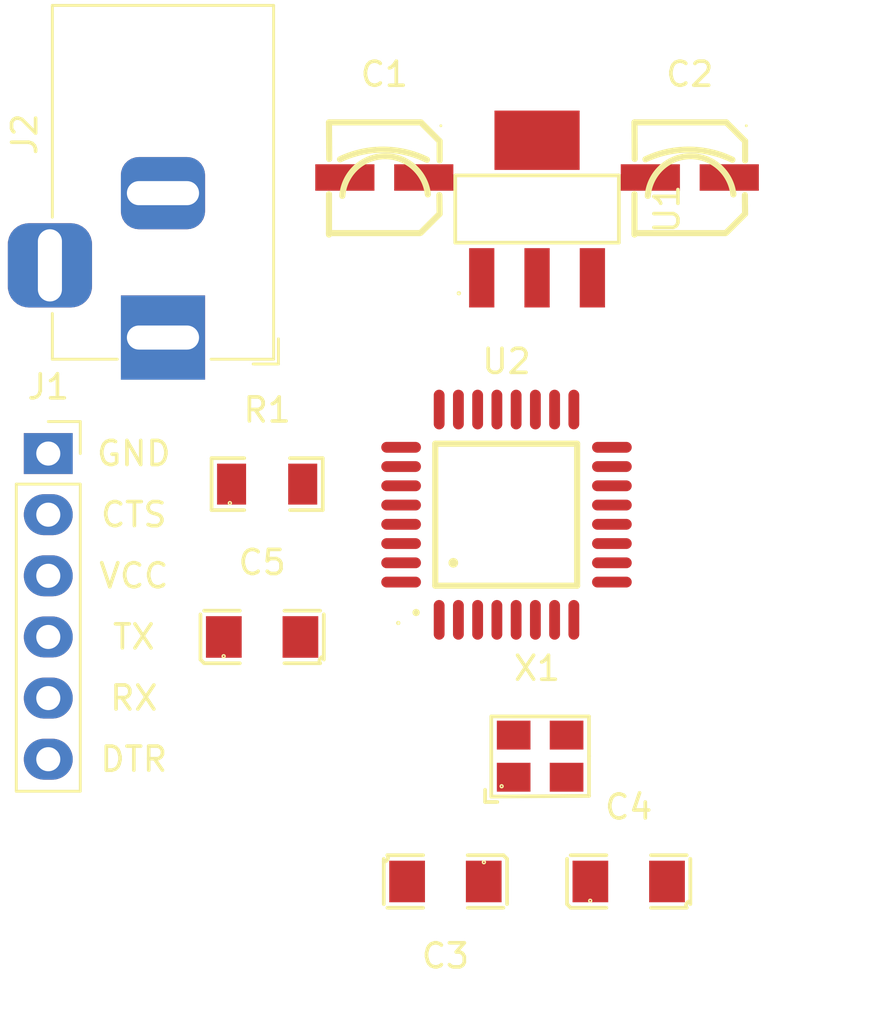
<source format=kicad_pcb>
(kicad_pcb (version 20211014) (generator pcbnew)
  (layers (0 "F.Cu" signal) (31 "B.Cu" signal) (34 "B.Paste" user) (35 "F.Paste" user) (36 "B.SilkS" user "B.Silkscreen") (37 "F.SilkS" user "F.Silkscreen") (38 "B.Mask" user) (39 "F.Mask" user) (44 "Edge.Cuts" user))
  (net 0 "")
  (net 1 "VCC")
  (net 2 "GND")
  (net 3 "XTAL1")
  (net 4 "XTAL2")
  (net 5 "+5V")
  (net 7 "D0{slash}Rx")
  (net 8 "D1{slash}Tx")
  (net 9 "Reset")
  (net 10 "D2")
  (net 11 "D3")
  (net 12 "D4")
  (net 13 "D5")
  (net 14 "D6")
  (net 15 "D7")
  (net 16 "D8")
  (net 17 "D9")
  (net 18 "D10")
  (net 19 "D11")
  (net 20 "D12")
  (net 21 "D13")
  (net 22 "A0")
  (net 23 "A1")
  (net 24 "A2")
  (net 25 "A3")
  (net 26 "A4")
  (net 27 "A5")
  (net 31 "Net-(C5-Pad1)")
  (net 32 "Net-(C2-Pad1)")
  (footprint "JLC2KiCad_Footprints:TQFP-32_L7.0-W7.0-P0.80-LS9.0-BL" (layer "F.Cu") (at 189.23 74.93)
    (fp_text reference "U2" (at 0 -6.368809) (layer "F.SilkS"))
    (fp_text value "ATMEGA328P-AU")
    (fp_line (start 2.937262 2.949962) (end 2.937262 -2.949962) (layer "F.SilkS") (width 0.254001))
    (fp_line (start 2.937262 -2.949962) (end -2.962662 -2.949962) (layer "F.SilkS") (width 0.254001))
    (fp_line (start -2.962662 -2.949962) (end -2.962662 2.949962) (layer "F.SilkS") (width 0.254001))
    (fp_line (start -2.962662 2.949962) (end 2.937262 2.949962) (layer "F.SilkS") (width 0.254001))
    (fp_arc (start -3.759208 4.064008) (mid -3.757938 4.064003) (end -3.756668 4.064008) (layer "F.SilkS") (width 0.3))
    (fp_arc (start -2.212344 1.998984) (mid -2.211074 1.99898) (end -2.209804 1.998984) (layer "F.SilkS") (width 0.4))
    (fp_circle (center -4.5 4.5) (end -4.470003 4.5) (layer "F.SilkS") (width 0.059995) (fill none))
    (pad "1" smd oval locked (at -2.8 4.368809) (size 0.450013 1.650013) (layers "F.Cu" "F.Paste" "F.Mask") (net 11 "D3"))
    (pad "2" smd oval locked (at -2 4.368809) (size 0.450013 1.650013) (layers "F.Cu" "F.Paste" "F.Mask") (net 12 "D4"))
    (pad "3" smd oval locked (at -1.2 4.368809) (size 0.450013 1.650013) (layers "F.Cu" "F.Paste" "F.Mask") (net 2 "GND"))
    (pad "4" smd oval locked (at -0.4 4.368809) (size 0.450013 1.650013) (layers "F.Cu" "F.Paste" "F.Mask") (net 5 "+5V"))
    (pad "5" smd oval locked (at 0.4 4.368809) (size 0.450013 1.650013) (layers "F.Cu" "F.Paste" "F.Mask") (net 2 "GND"))
    (pad "6" smd oval locked (at 1.2 4.368809) (size 0.450013 1.650013) (layers "F.Cu" "F.Paste" "F.Mask") (net 5 "+5V"))
    (pad "7" smd oval locked (at 2 4.368809) (size 0.450013 1.650013) (layers "F.Cu" "F.Paste" "F.Mask") (net 3 "XTAL1"))
    (pad "8" smd oval locked (at 2.8 4.368809) (size 0.450013 1.650013) (layers "F.Cu" "F.Paste" "F.Mask") (net 4 "XTAL2"))
    (pad "9" smd oval locked (at 4.381509 2.8) (size 1.650013 0.450013) (layers "F.Cu" "F.Paste" "F.Mask") (net 13 "D5"))
    (pad "10" smd oval locked (at 4.381509 2) (size 1.650013 0.450013) (layers "F.Cu" "F.Paste" "F.Mask") (net 14 "D6"))
    (pad "11" smd oval locked (at 4.381509 1.2) (size 1.650013 0.450013) (layers "F.Cu" "F.Paste" "F.Mask") (net 15 "D7"))
    (pad "12" smd oval locked (at 4.381509 0.4) (size 1.650013 0.450013) (layers "F.Cu" "F.Paste" "F.Mask") (net 16 "D8"))
    (pad "13" smd oval locked (at 4.381509 -0.4) (size 1.650013 0.450013) (layers "F.Cu" "F.Paste" "F.Mask") (net 17 "D9"))
    (pad "14" smd oval locked (at 4.381509 -1.2) (size 1.650013 0.450013) (layers "F.Cu" "F.Paste" "F.Mask") (net 18 "D10"))
    (pad "15" smd oval locked (at 4.381509 -2) (size 1.650013 0.450013) (layers "F.Cu" "F.Paste" "F.Mask") (net 19 "D11"))
    (pad "16" smd oval locked (at 4.381509 -2.8) (size 1.650013 0.450013) (layers "F.Cu" "F.Paste" "F.Mask") (net 20 "D12"))
    (pad "17" smd oval locked (at 2.8 -4.368809) (size 0.450013 1.650013) (layers "F.Cu" "F.Paste" "F.Mask") (net 21 "D13"))
    (pad "18" smd oval locked (at 2 -4.368809) (size 0.450013 1.650013) (layers "F.Cu" "F.Paste" "F.Mask") (net 5 "+5V"))
    (pad "19" smd oval locked (at 1.2 -4.368809) (size 0.450013 1.650013) (layers "F.Cu" "F.Paste" "F.Mask"))
    (pad "20" smd oval locked (at 0.4 -4.368809) (size 0.450013 1.650013) (layers "F.Cu" "F.Paste" "F.Mask"))
    (pad "21" smd oval locked (at -0.4 -4.368809) (size 0.450013 1.650013) (layers "F.Cu" "F.Paste" "F.Mask") (net 2 "GND"))
    (pad "22" smd oval locked (at -1.2 -4.368809) (size 0.450013 1.650013) (layers "F.Cu" "F.Paste" "F.Mask"))
    (pad "23" smd oval locked (at -2 -4.368809) (size 0.450013 1.650013) (layers "F.Cu" "F.Paste" "F.Mask") (net 22 "A0"))
    (pad "24" smd oval locked (at -2.8 -4.368809) (size 0.450013 1.650013) (layers "F.Cu" "F.Paste" "F.Mask") (net 23 "A1"))
    (pad "25" smd oval locked (at -4.381509 -2.8) (size 1.650013 0.450013) (layers "F.Cu" "F.Paste" "F.Mask") (net 24 "A2"))
    (pad "26" smd oval locked (at -4.381509 -2) (size 1.650013 0.450013) (layers "F.Cu" "F.Paste" "F.Mask") (net 25 "A3"))
    (pad "27" smd oval locked (at -4.381509 -1.2) (size 1.650013 0.450013) (layers "F.Cu" "F.Paste" "F.Mask") (net 26 "A4"))
    (pad "28" smd oval locked (at -4.381509 -0.4) (size 1.650013 0.450013) (layers "F.Cu" "F.Paste" "F.Mask") (net 27 "A5"))
    (pad "29" smd oval locked (at -4.381509 0.4) (size 1.650013 0.450013) (layers "F.Cu" "F.Paste" "F.Mask") (net 9 "Reset"))
    (pad "30" smd oval locked (at -4.381509 1.2) (size 1.650013 0.450013) (layers "F.Cu" "F.Paste" "F.Mask") (net 7 "D0{slash}Rx"))
    (pad "31" smd oval locked (at -4.381509 2) (size 1.650013 0.450013) (layers "F.Cu" "F.Paste" "F.Mask") (net 8 "D1{slash}Tx"))
    (pad "32" smd oval locked (at -4.381509 2.8) (size 1.650013 0.450013) (layers "F.Cu" "F.Paste" "F.Mask") (net 10 "D2"))
  )
  (footprint "JLC2KiCad_Footprints:C1206" (layer "F.Cu") (at 179.07 80.01)
    (fp_text reference "C5" (at 0 -3.092609) (layer "F.SilkS"))
    (fp_text value "CL31B104KBCNNNC")
    (fp_line (start -0.926213 1.092609) (end -2.411201 1.092609) (layer "F.SilkS") (width 0.1524))
    (fp_line (start 0.926213 1.092609) (end 2.411201 1.092609) (layer "F.SilkS") (width 0.1524))
    (fp_line (start -2.563602 0.940208) (end -2.563602 -0.940208) (layer "F.SilkS") (width 0.1524))
    (fp_line (start -2.411201 -1.092609) (end -0.926213 -1.092609) (layer "F.SilkS") (width 0.1524))
    (fp_line (start 2.411201 -1.092609) (end 0.926213 -1.092609) (layer "F.SilkS") (width 0.1524))
    (fp_line (start 2.563602 0.940208) (end 2.563602 -0.940208) (layer "F.SilkS") (width 0.1524))
    (fp_arc (start 2.411201 1.092609) (mid 2.407163 0.911228) (end 2.563602 0.819347) (layer "F.SilkS") (width 0.1524))
    (fp_arc (start -2.411201 1.092609) (mid -2.487413 1.01642) (end -2.563602 0.940208) (layer "F.SilkS") (width 0.1524))
    (fp_circle (center -1.599949 0.800102) (end -1.569977 0.800102) (layer "F.SilkS") (width 0.059995) (fill none))
    (pad "1" smd rect locked (at -1.592583 0) (size 1.485014 1.727991) (layers "F.Cu" "F.Paste" "F.Mask") (net 31 "Net-(C5-Pad1)"))
    (pad "2" smd rect locked (at 1.592583 0) (size 1.485014 1.727991) (layers "F.Cu" "F.Paste" "F.Mask") (net 5 "+5V"))
  )
  (footprint "My_Misc:BarrelJack_Horizontal" (layer "F.Cu") (at 174.9475 67.57 -90)
    (fp_text reference "J2" (at -8.45 5.75 -90) (layer "F.SilkS"))
    (fp_text value "Power in")
    (fp_line (start 0.9 1.9) (end 0.9 4.6) (layer "F.SilkS") (width 0.12))
    (fp_line (start 0.05 -4.8) (end 1.1 -4.8) (layer "F.SilkS") (width 0.12))
    (fp_line (start 1.1 -3.75) (end 1.1 -4.8) (layer "F.SilkS") (width 0.12))
    (fp_line (start -5 4.6) (end -13.8 4.6) (layer "F.SilkS") (width 0.12))
    (fp_line (start 0.9 -4.6) (end 0.9 -2) (layer "F.SilkS") (width 0.12))
    (fp_line (start -13.8 -4.6) (end 0.9 -4.6) (layer "F.SilkS") (width 0.12))
    (fp_line (start -13.8 4.6) (end -13.8 -4.6) (layer "F.SilkS") (width 0.12))
    (fp_line (start 0.9 4.6) (end -1 4.6) (layer "F.SilkS") (width 0.12))
    (pad "1" thru_hole rect (at 0 0 270) (size 3.5 3.5) (drill oval 1 3) (layers *.Cu *.Mask) (net 1 "VCC"))
    (pad "2" thru_hole roundrect (at -6 0 270) (size 3 3.5) (drill oval 1 3) (layers *.Cu *.Mask) (net 2 "GND"))
    (pad "3" thru_hole roundrect (at -3 4.7 270) (size 3.5 3.5) (drill oval 3 1) (layers *.Cu *.Mask))
  )
  (footprint "JLC2KiCad_Footprints:OSC-SMD_4P-L3.2-W2.5-BL" (layer "F.Cu") (at 190.5 85.09)
    (fp_text reference "X1" (at 0 -3.778067) (layer "F.SilkS"))
    (fp_text value "X322516MLB4SI")
    (fp_line (start 2.159004 1.524067) (end -1.902464 1.55188) (layer "F.SilkS") (width 0.1524))
    (fp_line (start -1.902464 1.55188) (end -1.902464 -1.778067) (layer "F.SilkS") (width 0.1524))
    (fp_line (start 2.159004 1.524067) (end 2.159004 1.524067) (layer "F.SilkS") (width 0.1524))
    (fp_line (start -2.159004 1.270066) (end -2.159004 1.778067) (layer "F.SilkS") (width 0.151994))
    (fp_line (start 2.159004 -1.77794) (end 2.159004 -0.126937) (layer "F.SilkS") (width 0.1524))
    (fp_line (start -1.902464 -1.778067) (end 2.159004 -1.77794) (layer "F.SilkS") (width 0.1524))
    (fp_line (start 2.159004 -0.126937) (end 2.159004 1.524067) (layer "F.SilkS") (width 0.1524))
    (fp_line (start -2.159004 1.778067) (end -1.651003 1.778067) (layer "F.SilkS") (width 0.151994))
    (fp_circle (center -1.472949 1.123127) (end -1.442977 1.123127) (layer "F.SilkS") (width 0.059995) (fill none))
    (pad "1" smd rect locked (at -0.973076 0.748222) (size 1.4 1.2) (layers "F.Cu" "F.Paste" "F.Mask") (net 4 "XTAL2"))
    (pad "2" smd rect locked (at 1.227076 0.748222) (size 1.4 1.2) (layers "F.Cu" "F.Paste" "F.Mask") (net 2 "GND"))
    (pad "3" smd rect locked (at 1.227076 -1.001842) (size 1.4 1.2) (layers "F.Cu" "F.Paste" "F.Mask") (net 3 "XTAL1"))
    (pad "4" smd rect locked (at -0.973076 -1.001842) (size 1.4 1.2) (layers "F.Cu" "F.Paste" "F.Mask") (net 2 "GND"))
  )
  (footprint "JLC2KiCad_Footprints:C1206" (layer "F.Cu") (at 186.69 90.17 180)
    (fp_text reference "C3" (at 0 -3.092609) (layer "F.SilkS"))
    (fp_text value "1206CG220J102NT")
    (fp_line (start -2.563602 0.940208) (end -2.563602 -0.940208) (layer "F.SilkS") (width 0.1524))
    (fp_line (start -0.926213 1.092609) (end -2.411201 1.092609) (layer "F.SilkS") (width 0.1524))
    (fp_line (start 2.563602 0.940208) (end 2.563602 -0.940208) (layer "F.SilkS") (width 0.1524))
    (fp_line (start 2.411201 -1.092609) (end 0.926213 -1.092609) (layer "F.SilkS") (width 0.1524))
    (fp_line (start -2.411201 -1.092609) (end -0.926213 -1.092609) (layer "F.SilkS") (width 0.1524))
    (fp_line (start 0.926213 1.092609) (end 2.411201 1.092609) (layer "F.SilkS") (width 0.1524))
    (fp_arc (start -2.411201 1.092609) (mid -2.487413 1.01642) (end -2.563602 0.940208) (layer "F.SilkS") (width 0.1524))
    (fp_arc (start 2.411201 1.092609) (mid 2.407163 0.911228) (end 2.563602 0.819347) (layer "F.SilkS") (width 0.1524))
    (fp_circle (center -1.599949 0.800102) (end -1.569977 0.800102) (layer "F.SilkS") (width 0.059995) (fill none))
    (pad "1" smd rect locked (at -1.592583 0 180) (size 1.485014 1.727991) (layers "F.Cu" "F.Paste" "F.Mask") (net 2 "GND"))
    (pad "2" smd rect locked (at 1.592583 0 180) (size 1.485014 1.727991) (layers "F.Cu" "F.Paste" "F.Mask") (net 3 "XTAL1"))
  )
  (footprint "My_Headers:6-pin FTDI Programmer PinSocket large" (layer "F.Cu") (at 170.18 72.39)
    (fp_text reference "J1" (at 0 -2.77) (layer "F.SilkS"))
    (fp_text value "FTDI")
    (fp_text user "TX" (at 3.556 7.62 unlocked) (layer "F.SilkS"))
    (fp_text user "GND" (at 3.556 0 unlocked) (layer "F.SilkS"))
    (fp_text user "CTS" (at 3.556 2.54 unlocked) (layer "F.SilkS"))
    (fp_text user "VCC" (at 3.556 5.08 unlocked) (layer "F.SilkS"))
    (fp_text user "DTR" (at 3.556 12.7 unlocked) (layer "F.SilkS"))
    (fp_text user "RX" (at 3.556 10.16 unlocked) (layer "F.SilkS"))
    (fp_line (start -1.33 1.27) (end -1.33 14.03) (layer "F.SilkS") (width 0.12))
    (fp_line (start 1.33 1.27) (end 1.33 14.03) (layer "F.SilkS") (width 0.12))
    (fp_line (start 0 -1.33) (end 1.33 -1.33) (layer "F.SilkS") (width 0.12))
    (fp_line (start -1.33 14.03) (end 1.33 14.03) (layer "F.SilkS") (width 0.12))
    (fp_line (start 1.33 -1.33) (end 1.33 0) (layer "F.SilkS") (width 0.12))
    (fp_line (start -1.33 1.27) (end 1.33 1.27) (layer "F.SilkS") (width 0.12))
    (pad "1" thru_hole rect (at 0 0) (size 2.032 1.7) (drill 1) (layers *.Cu *.Mask) (net 2 "GND"))
    (pad "2" thru_hole oval (at 0 2.54) (size 2.032 1.7) (drill 1) (layers *.Cu *.Mask))
    (pad "3" thru_hole oval (at 0 5.08) (size 2.032 1.7) (drill 1) (layers *.Cu *.Mask) (net 5 "+5V"))
    (pad "4" thru_hole oval (at 0 7.62) (size 2.032 1.7) (drill 1) (layers *.Cu *.Mask) (net 7 "D0{slash}Rx"))
    (pad "5" thru_hole oval (at 0 10.16) (size 2.032 1.7) (drill 1) (layers *.Cu *.Mask) (net 8 "D1{slash}Tx"))
    (pad "6" thru_hole oval (at 0 12.7) (size 2.032 1.7) (drill 1) (layers *.Cu *.Mask) (net 31 "Net-(C5-Pad1)"))
  )
  (footprint "JLC2KiCad_Footprints:R1206" (layer "F.Cu") (at 179.278791 73.66)
    (fp_text reference "R1" (at 0 -3.079096) (layer "F.SilkS"))
    (fp_text value "1206W4F1002T5E")
    (fp_line (start 2.311125 -1.079096) (end 0.951207 -1.079096) (layer "F.SilkS") (width 0.1524))
    (fp_line (start -2.311125 -1.079096) (end -0.951207 -1.079096) (layer "F.SilkS") (width 0.1524))
    (fp_line (start 2.311125 1.079096) (end 2.311125 -1.079096) (layer "F.SilkS") (width 0.1524))
    (fp_line (start -0.951207 1.079096) (end -2.311125 1.079096) (layer "F.SilkS") (width 0.1524))
    (fp_line (start 0.951207 1.079096) (end 2.311125 1.079096) (layer "F.SilkS") (width 0.1524))
    (fp_line (start -2.311125 1.079096) (end -2.311125 -1.079096) (layer "F.SilkS") (width 0.1524))
    (fp_circle (center -1.549911 0.787402) (end -1.519939 0.787402) (layer "F.SilkS") (width 0.059995) (fill none))
    (pad "1" smd rect locked (at -1.478791 0) (size 1.207518 1.701016) (layers "F.Cu" "F.Paste" "F.Mask") (net 5 "+5V"))
    (pad "2" smd rect locked (at 1.478791 0) (size 1.207518 1.701016) (layers "F.Cu" "F.Paste" "F.Mask") (net 9 "Reset"))
  )
  (footprint "JLC2KiCad_Footprints:CAP-SMD_BD4.0-L4.3-W4.3-RD" (layer "F.Cu") (at 184.15 60.96)
    (fp_text reference "C1" (at 0 -4.330036) (layer "F.SilkS"))
    (fp_text value "VE-100M1ETR-0405")
    (fp_line (start -2.300114 -2.330036) (end 1.519799 -2.330036) (layer "F.SilkS") (width 0.254001))
    (fp_line (start 2.299835 1.470066) (end 1.519799 2.250102) (layer "F.SilkS") (width 0.254001))
    (fp_line (start -2.299886 2.330036) (end -2.299886 0.651346) (layer "F.SilkS") (width 0.254001))
    (fp_line (start -2.289878 -0.80997) (end -2.300114 -2.330036) (layer "F.SilkS") (width 0.254001))
    (fp_line (start 2.299835 -1.55) (end 1.519799 -2.330036) (layer "F.SilkS") (width 0.254001))
    (fp_line (start 2.300114 -0.749975) (end 2.299835 -1.55) (layer "F.SilkS") (width 0.254001))
    (fp_line (start 2.299835 1.470066) (end 2.290107 0.69003) (layer "F.SilkS") (width 0.254001))
    (fp_line (start -2.300114 2.269914) (end 1.489827 2.269914) (layer "F.SilkS") (width 0.254001))
    (fp_arc (start -1.842151 -0.794552) (mid -0.033717 -1.197402) (end 1.770752 -0.777152) (layer "F.SilkS") (width 0.254001))
    (fp_arc (start -1.745757 0.723659) (mid 0.004392 -0.926664) (end 1.810884 0.661786) (layer "F.SilkS") (width 0.254001))
    (fp_circle (center 2.349822 -2.19097) (end 2.37982 -2.19097) (layer "F.SilkS") (width 0.059995) (fill none))
    (pad "1" smd rect locked (at 1.640196 -0.039967) (size 2.459995 1.1) (layers "F.Cu" "F.Paste" "F.Mask") (net 1 "VCC"))
    (pad "2" smd rect locked (at -1.640221 -0.039967) (size 2.459995 1.1) (layers "F.Cu" "F.Paste" "F.Mask") (net 2 "GND"))
  )
  (footprint "JLC2KiCad_Footprints:C1206" (layer "F.Cu") (at 194.31 90.17)
    (fp_text reference "C4" (at 0 -3.092609) (layer "F.SilkS"))
    (fp_text value "1206CG220J102NT")
    (fp_line (start -0.926213 1.092609) (end -2.411201 1.092609) (layer "F.SilkS") (width 0.1524))
    (fp_line (start 2.563602 0.940208) (end 2.563602 -0.940208) (layer "F.SilkS") (width 0.1524))
    (fp_line (start -2.411201 -1.092609) (end -0.926213 -1.092609) (layer "F.SilkS") (width 0.1524))
    (fp_line (start 2.411201 -1.092609) (end 0.926213 -1.092609) (layer "F.SilkS") (width 0.1524))
    (fp_line (start 0.926213 1.092609) (end 2.411201 1.092609) (layer "F.SilkS") (width 0.1524))
    (fp_line (start -2.563602 0.940208) (end -2.563602 -0.940208) (layer "F.SilkS") (width 0.1524))
    (fp_arc (start 2.411201 1.092609) (mid 2.407163 0.911228) (end 2.563602 0.819347) (layer "F.SilkS") (width 0.1524))
    (fp_arc (start -2.411201 1.092609) (mid -2.487413 1.01642) (end -2.563602 0.940208) (layer "F.SilkS") (width 0.1524))
    (fp_circle (center -1.599949 0.800102) (end -1.569977 0.800102) (layer "F.SilkS") (width 0.059995) (fill none))
    (pad "1" smd rect locked (at -1.592583 0) (size 1.485014 1.727991) (layers "F.Cu" "F.Paste" "F.Mask") (net 2 "GND"))
    (pad "2" smd rect locked (at 1.592583 0) (size 1.485014 1.727991) (layers "F.Cu" "F.Paste" "F.Mask") (net 4 "XTAL2"))
  )
  (footprint "JLC2KiCad_Footprints:SOT-223_L6.5-W3.5-P2.30-LS7.0-BR" (layer "F.Cu") (at 190.5 62.23 -90)
    (fp_text reference "U1" (at 0 -5.401219 90) (layer "F.SilkS"))
    (fp_text value "AMS1117-5_0")
    (fp_line (start 1.396393 -3.401219) (end 1.396393 3.401219) (layer "F.SilkS") (width 0.1524))
    (fp_line (start -1.396393 3.401219) (end -1.396393 -3.401219) (layer "F.SilkS") (width 0.1524))
    (fp_line (start -1.396393 -3.401219) (end 1.396393 -3.401219) (layer "F.SilkS") (width 0.1524))
    (fp_line (start 1.396393 3.401219) (end -1.396393 3.401219) (layer "F.SilkS") (width 0.1524))
    (fp_circle (center 3.5 3.250038) (end 3.529997 3.250038) (layer "F.SilkS") (width 0.059995) (fill none))
    (pad "1" smd rect locked (at 2.857506 2.299975 270) (size 2.464999 1.050013) (layers "F.Cu" "F.Paste" "F.Mask") (net 2 "GND"))
    (pad "2" smd rect locked (at 2.857506 0 270) (size 2.464999 1.050013) (layers "F.Cu" "F.Paste" "F.Mask") (net 32 "Net-(C2-Pad1)"))
    (pad "3" smd rect locked (at 2.857506 -2.299975 270) (size 2.464999 1.050013) (layers "F.Cu" "F.Paste" "F.Mask") (net 1 "VCC"))
    (pad "4" smd rect locked (at -2.857506 0 270) (size 2.464999 3.540005) (layers "F.Cu" "F.Paste" "F.Mask") (net 32 "Net-(C2-Pad1)"))
  )
  (footprint "JLC2KiCad_Footprints:CAP-SMD_BD4.0-L4.3-W4.3-RD" (layer "F.Cu") (at 196.85 60.96)
    (fp_text reference "C2" (at 0 -4.330036) (layer "F.SilkS"))
    (fp_text value "VE-100M1ETR-0405")
    (fp_line (start 2.299835 1.470066) (end 2.290107 0.69003) (layer "F.SilkS") (width 0.254001))
    (fp_line (start -2.300114 2.269914) (end 1.489827 2.269914) (layer "F.SilkS") (width 0.254001))
    (fp_line (start -2.300114 -2.330036) (end 1.519799 -2.330036) (layer "F.SilkS") (width 0.254001))
    (fp_line (start -2.289878 -0.80997) (end -2.300114 -2.330036) (layer "F.SilkS") (width 0.254001))
    (fp_line (start 2.299835 1.470066) (end 1.519799 2.250102) (layer "F.SilkS") (width 0.254001))
    (fp_line (start -2.299886 2.330036) (end -2.299886 0.651346) (layer "F.SilkS") (width 0.254001))
    (fp_line (start 2.300114 -0.749975) (end 2.299835 -1.55) (layer "F.SilkS") (width 0.254001))
    (fp_line (start 2.299835 -1.55) (end 1.519799 -2.330036) (layer "F.SilkS") (width 0.254001))
    (fp_arc (start -1.745757 0.723659) (mid 0.004392 -0.926664) (end 1.810884 0.661786) (layer "F.SilkS") (width 0.254001))
    (fp_arc (start -1.842151 -0.794552) (mid -0.033717 -1.197402) (end 1.770752 -0.777152) (layer "F.SilkS") (width 0.254001))
    (fp_circle (center 2.349822 -2.19097) (end 2.37982 -2.19097) (layer "F.SilkS") (width 0.059995) (fill none))
    (pad "1" smd rect locked (at 1.640196 -0.039967) (size 2.459995 1.1) (layers "F.Cu" "F.Paste" "F.Mask") (net 32 "Net-(C2-Pad1)"))
    (pad "2" smd rect locked (at -1.640221 -0.039967) (size 2.459995 1.1) (layers "F.Cu" "F.Paste" "F.Mask") (net 2 "GND"))
  )
)
</source>
